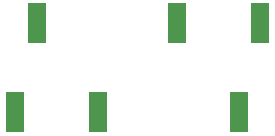
<source format=gbr>
%TF.GenerationSoftware,KiCad,Pcbnew,(6.0.1)*%
%TF.CreationDate,2022-01-21T14:23:51-05:00*%
%TF.ProjectId,midi-trs-a-b-conveter,6d696469-2d74-4727-932d-612d622d636f,rev?*%
%TF.SameCoordinates,Original*%
%TF.FileFunction,Paste,Top*%
%TF.FilePolarity,Positive*%
%FSLAX46Y46*%
G04 Gerber Fmt 4.6, Leading zero omitted, Abs format (unit mm)*
G04 Created by KiCad (PCBNEW (6.0.1)) date 2022-01-21 14:23:51*
%MOMM*%
%LPD*%
G01*
G04 APERTURE LIST*
%ADD10R,1.500000X3.500000*%
G04 APERTURE END LIST*
D10*
%TO.C,U2*%
X85050000Y-52750000D03*
X86850000Y-45250000D03*
X92050000Y-52750000D03*
%TD*%
%TO.C,U1*%
X105750000Y-45250000D03*
X103950000Y-52750000D03*
X98750000Y-45250000D03*
%TD*%
M02*

</source>
